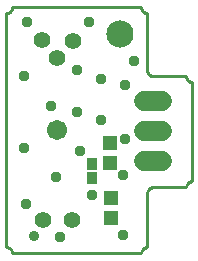
<source format=gbr>
G04 EAGLE Gerber RS-274X export*
G75*
%MOMM*%
%FSLAX34Y34*%
%LPD*%
%INSoldermask Bottom*%
%IPPOS*%
%AMOC8*
5,1,8,0,0,1.08239X$1,22.5*%
G01*
%ADD10C,2.303200*%
%ADD11C,1.411200*%
%ADD12C,1.703200*%
%ADD13C,0.903200*%
%ADD14R,1.303200X1.203200*%
%ADD15C,1.711200*%
%ADD16R,0.943200X1.128200*%
%ADD17R,1.203200X1.303200*%
%ADD18C,0.959600*%
%ADD19C,0.254000*%


D10*
X96520Y185420D03*
D11*
X30780Y28140D03*
X56180Y180140D03*
X43180Y165640D03*
X55880Y27940D03*
X30480Y180340D03*
D12*
X43180Y104140D03*
D13*
X23180Y14640D03*
D14*
X88900Y29600D03*
X88900Y46600D03*
D15*
X116920Y128886D02*
X132000Y128886D01*
X132000Y103486D02*
X116920Y103486D01*
X116920Y78086D02*
X132000Y78086D01*
D16*
X72380Y76000D03*
X72380Y64000D03*
D17*
X87460Y76580D03*
X87460Y93580D03*
D18*
X45720Y13970D03*
X16510Y41910D03*
X15240Y88900D03*
X69850Y195580D03*
X15240Y149860D03*
X41910Y64770D03*
X17780Y195580D03*
X99060Y15240D03*
X80010Y147320D03*
X100330Y96520D03*
X107950Y162560D03*
X62230Y86360D03*
X38100Y124460D03*
X80010Y113030D03*
X100330Y142240D03*
X99060Y66040D03*
X59690Y154940D03*
X72390Y49530D03*
X59690Y119380D03*
D19*
X0Y5080D02*
X443Y5061D01*
X882Y5003D01*
X1315Y4907D01*
X1737Y4774D01*
X2147Y4604D01*
X2540Y4399D01*
X2914Y4161D01*
X3265Y3892D01*
X3592Y3592D01*
X3892Y3265D01*
X4161Y2914D01*
X4399Y2540D01*
X4604Y2147D01*
X4774Y1737D01*
X4907Y1315D01*
X5003Y882D01*
X5061Y443D01*
X5080Y0D01*
X114300Y0D01*
X114319Y443D01*
X114377Y882D01*
X114473Y1315D01*
X114606Y1737D01*
X114776Y2147D01*
X114981Y2540D01*
X115219Y2914D01*
X115489Y3265D01*
X115788Y3592D01*
X116115Y3892D01*
X116466Y4161D01*
X116840Y4399D01*
X117233Y4604D01*
X117643Y4774D01*
X118065Y4907D01*
X118498Y5003D01*
X118937Y5061D01*
X119380Y5080D01*
X119380Y50800D01*
X119399Y51243D01*
X119457Y51682D01*
X119553Y52115D01*
X119686Y52537D01*
X119856Y52947D01*
X120061Y53340D01*
X120299Y53714D01*
X120569Y54065D01*
X120868Y54392D01*
X121195Y54692D01*
X121546Y54961D01*
X121920Y55199D01*
X122313Y55404D01*
X122723Y55574D01*
X123145Y55707D01*
X123578Y55803D01*
X124017Y55861D01*
X124460Y55880D01*
X152400Y55880D01*
X152419Y56323D01*
X152477Y56762D01*
X152573Y57195D01*
X152706Y57617D01*
X152876Y58027D01*
X153081Y58420D01*
X153319Y58794D01*
X153589Y59145D01*
X153888Y59472D01*
X154215Y59772D01*
X154566Y60041D01*
X154940Y60279D01*
X155333Y60484D01*
X155743Y60654D01*
X156165Y60787D01*
X156598Y60883D01*
X157037Y60941D01*
X157480Y60960D01*
X157480Y144780D01*
X157037Y144799D01*
X156598Y144857D01*
X156165Y144953D01*
X155743Y145086D01*
X155333Y145256D01*
X154940Y145461D01*
X154566Y145699D01*
X154215Y145969D01*
X153888Y146268D01*
X153589Y146595D01*
X153319Y146946D01*
X153081Y147320D01*
X152876Y147713D01*
X152706Y148123D01*
X152573Y148545D01*
X152477Y148978D01*
X152419Y149417D01*
X152400Y149860D01*
X124460Y149860D01*
X124017Y149879D01*
X123578Y149937D01*
X123145Y150033D01*
X122723Y150166D01*
X122313Y150336D01*
X121920Y150541D01*
X121546Y150779D01*
X121195Y151049D01*
X120868Y151348D01*
X120569Y151675D01*
X120299Y152026D01*
X120061Y152400D01*
X119856Y152793D01*
X119686Y153203D01*
X119553Y153625D01*
X119457Y154058D01*
X119399Y154497D01*
X119380Y154940D01*
X119380Y203200D01*
X118937Y203219D01*
X118498Y203277D01*
X118065Y203373D01*
X117643Y203506D01*
X117233Y203676D01*
X116840Y203881D01*
X116466Y204119D01*
X116115Y204389D01*
X115788Y204688D01*
X115489Y205015D01*
X115219Y205366D01*
X114981Y205740D01*
X114776Y206133D01*
X114606Y206543D01*
X114473Y206965D01*
X114377Y207398D01*
X114319Y207837D01*
X114300Y208280D01*
X5080Y208280D01*
X5061Y207837D01*
X5003Y207398D01*
X4907Y206965D01*
X4774Y206543D01*
X4604Y206133D01*
X4399Y205740D01*
X4161Y205366D01*
X3892Y205015D01*
X3592Y204688D01*
X3265Y204389D01*
X2914Y204119D01*
X2540Y203881D01*
X2147Y203676D01*
X1737Y203506D01*
X1315Y203373D01*
X882Y203277D01*
X443Y203219D01*
X0Y203200D01*
X0Y5080D01*
M02*

</source>
